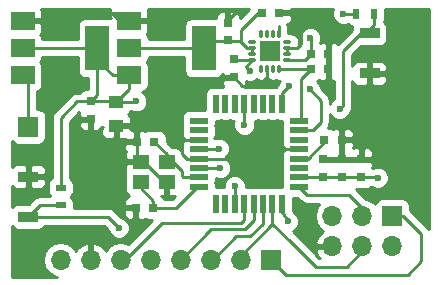
<source format=gbr>
G04 #@! TF.FileFunction,Copper,L1,Top,Signal*
%FSLAX46Y46*%
G04 Gerber Fmt 4.6, Leading zero omitted, Abs format (unit mm)*
G04 Created by KiCad (PCBNEW 4.0.7) date 11/26/17 14:21:04*
%MOMM*%
%LPD*%
G01*
G04 APERTURE LIST*
%ADD10C,0.100000*%
%ADD11R,1.250000X1.000000*%
%ADD12R,0.750000X0.800000*%
%ADD13R,0.800000X0.750000*%
%ADD14R,1.700000X1.700000*%
%ADD15O,1.700000X1.700000*%
%ADD16R,0.500000X0.900000*%
%ADD17R,0.900000X0.500000*%
%ADD18R,1.700000X0.900000*%
%ADD19R,1.600000X0.550000*%
%ADD20R,0.550000X1.600000*%
%ADD21R,2.000000X3.800000*%
%ADD22R,2.000000X1.500000*%
%ADD23O,0.300000X0.750000*%
%ADD24O,0.750000X0.300000*%
%ADD25R,0.900000X0.900000*%
%ADD26R,1.400000X1.200000*%
%ADD27C,0.600000*%
%ADD28C,0.250000*%
%ADD29C,0.254000*%
G04 APERTURE END LIST*
D10*
D11*
X186944000Y-97044000D03*
X186944000Y-99044000D03*
D12*
X184785000Y-98476500D03*
X184785000Y-96976500D03*
X196405500Y-90309000D03*
X196405500Y-91809000D03*
X204470000Y-101866000D03*
X204470000Y-103366000D03*
X206057500Y-101866000D03*
X206057500Y-103366000D03*
X207708500Y-101866000D03*
X207708500Y-103366000D03*
D13*
X190170500Y-100393500D03*
X188670500Y-100393500D03*
X190107000Y-105981500D03*
X188607000Y-105981500D03*
X203402500Y-92964000D03*
X204902500Y-92964000D03*
X203402500Y-94234000D03*
X204902500Y-94234000D03*
D12*
X196913500Y-93420500D03*
X196913500Y-94920500D03*
D13*
X200775000Y-89471500D03*
X199275000Y-89471500D03*
X206045500Y-100203000D03*
X204545500Y-100203000D03*
D14*
X210312000Y-106680000D03*
D15*
X210312000Y-109220000D03*
X207772000Y-106680000D03*
X207772000Y-109220000D03*
X205232000Y-106680000D03*
X205232000Y-109220000D03*
D14*
X200025000Y-110363000D03*
D15*
X197485000Y-110363000D03*
X194945000Y-110363000D03*
X192405000Y-110363000D03*
X189865000Y-110363000D03*
X187325000Y-110363000D03*
X184785000Y-110363000D03*
X182245000Y-110363000D03*
D14*
X179514500Y-99123500D03*
D16*
X207276000Y-89535000D03*
X208776000Y-89535000D03*
D17*
X182245000Y-104279000D03*
X182245000Y-105779000D03*
D18*
X208407000Y-94600500D03*
X208407000Y-91200500D03*
X179514500Y-103329000D03*
X179514500Y-106729000D03*
D19*
X193933500Y-98609500D03*
X193933500Y-99409500D03*
X193933500Y-100209500D03*
X193933500Y-101009500D03*
X193933500Y-101809500D03*
X193933500Y-102609500D03*
X193933500Y-103409500D03*
X193933500Y-104209500D03*
D20*
X195383500Y-105659500D03*
X196183500Y-105659500D03*
X196983500Y-105659500D03*
X197783500Y-105659500D03*
X198583500Y-105659500D03*
X199383500Y-105659500D03*
X200183500Y-105659500D03*
X200983500Y-105659500D03*
D19*
X202433500Y-104209500D03*
X202433500Y-103409500D03*
X202433500Y-102609500D03*
X202433500Y-101809500D03*
X202433500Y-101009500D03*
X202433500Y-100209500D03*
X202433500Y-99409500D03*
X202433500Y-98609500D03*
D20*
X200983500Y-97159500D03*
X200183500Y-97159500D03*
X199383500Y-97159500D03*
X198583500Y-97159500D03*
X197783500Y-97159500D03*
X196983500Y-97159500D03*
X196183500Y-97159500D03*
X195383500Y-97159500D03*
D21*
X185331500Y-92456000D03*
D22*
X179031500Y-92456000D03*
X179031500Y-94756000D03*
X179031500Y-90156000D03*
D21*
X194348500Y-92456000D03*
D22*
X188048500Y-92456000D03*
X188048500Y-94756000D03*
X188048500Y-90156000D03*
D23*
X199211500Y-94185000D03*
X199711500Y-94185000D03*
X200211500Y-94185000D03*
X200711500Y-94185000D03*
D24*
X201436500Y-93460000D03*
X201436500Y-92960000D03*
X201436500Y-92460000D03*
X201436500Y-91960000D03*
D23*
X200711500Y-91235000D03*
X200211500Y-91235000D03*
X199711500Y-91235000D03*
X199211500Y-91235000D03*
D24*
X198486500Y-91960000D03*
X198486500Y-92460000D03*
X198486500Y-92960000D03*
X198486500Y-93460000D03*
D25*
X200411500Y-92260000D03*
X199511500Y-92260000D03*
X200411500Y-93160000D03*
X199511500Y-93160000D03*
D26*
X191219000Y-102083500D03*
X189019000Y-102083500D03*
X189019000Y-103783500D03*
X191219000Y-103783500D03*
D27*
X188658500Y-96964500D03*
X206184500Y-89535000D03*
X209105500Y-103441500D03*
X195770500Y-102616000D03*
X195643500Y-100965000D03*
X203327000Y-95948500D03*
X203390500Y-91630500D03*
X198247000Y-94361000D03*
X201612500Y-95631000D03*
X201485500Y-107124500D03*
X205867000Y-97599500D03*
X197802500Y-98933000D03*
X187198000Y-107696000D03*
X196977000Y-104140000D03*
X194056000Y-95377000D03*
X197167500Y-89281000D03*
X200425000Y-101009500D03*
X207581500Y-100330000D03*
X203962000Y-89789000D03*
X212852000Y-103251000D03*
X184023000Y-101727000D03*
X179514500Y-101854000D03*
D28*
X206057500Y-103366000D02*
X207708500Y-103366000D01*
X186944000Y-97044000D02*
X188579000Y-97044000D01*
X188579000Y-97044000D02*
X188658500Y-96964500D01*
X207276000Y-89535000D02*
X206184500Y-89535000D01*
X207708500Y-103366000D02*
X209030000Y-103366000D01*
X209030000Y-103366000D02*
X209105500Y-103441500D01*
X193933500Y-102609500D02*
X195764000Y-102609500D01*
X195764000Y-102609500D02*
X195770500Y-102616000D01*
X193933500Y-101009500D02*
X195599000Y-101009500D01*
X195599000Y-101009500D02*
X195643500Y-100965000D01*
X182245000Y-104279000D02*
X182245000Y-98361500D01*
X183630000Y-96976500D02*
X184785000Y-96976500D01*
X182245000Y-98361500D02*
X183630000Y-96976500D01*
X188048500Y-94756000D02*
X187184000Y-94756000D01*
X202433500Y-103409500D02*
X204426500Y-103409500D01*
X204426500Y-103409500D02*
X204470000Y-103366000D01*
X204470000Y-103366000D02*
X207708500Y-103366000D01*
X188048500Y-94756000D02*
X188048500Y-95939500D01*
X188048500Y-95939500D02*
X186944000Y-97044000D01*
X185331500Y-92456000D02*
X185331500Y-96430000D01*
X185331500Y-96430000D02*
X184785000Y-96976500D01*
X184785000Y-96976500D02*
X186876500Y-96976500D01*
X186876500Y-96976500D02*
X186944000Y-97044000D01*
X186876500Y-96976500D02*
X186944000Y-97044000D01*
X188048500Y-94756000D02*
X186640500Y-94756000D01*
X186640500Y-94756000D02*
X185331500Y-93447000D01*
X185331500Y-93447000D02*
X185331500Y-92456000D01*
X179031500Y-92456000D02*
X185331500Y-92456000D01*
X196405500Y-91872500D02*
X197409500Y-91872500D01*
X197409500Y-91872500D02*
X197485000Y-91948000D01*
X196405500Y-91872500D02*
X194932000Y-91872500D01*
X194932000Y-91872500D02*
X194348500Y-92456000D01*
X198486500Y-92960000D02*
X198486500Y-92460000D01*
X198486500Y-92460000D02*
X197997000Y-92460000D01*
X197997000Y-92460000D02*
X197485000Y-91948000D01*
X197485000Y-91948000D02*
X197485000Y-90932000D01*
X197485000Y-90932000D02*
X198945500Y-89471500D01*
X198945500Y-89471500D02*
X199275000Y-89471500D01*
X194348500Y-92456000D02*
X195060000Y-92456000D01*
X188048500Y-92456000D02*
X194348500Y-92456000D01*
X191219000Y-102083500D02*
X191219000Y-101442000D01*
X191219000Y-101442000D02*
X190170500Y-100393500D01*
X191219000Y-102083500D02*
X191745500Y-102083500D01*
X191745500Y-102083500D02*
X192532000Y-102870000D01*
X192532000Y-102870000D02*
X192532000Y-103314500D01*
X192532000Y-103314500D02*
X192627000Y-103409500D01*
X192627000Y-103409500D02*
X193933500Y-103409500D01*
X193933500Y-104209500D02*
X193796000Y-104209500D01*
X193796000Y-104209500D02*
X192024000Y-105981500D01*
X192024000Y-105981500D02*
X190107000Y-105981500D01*
X189019000Y-103783500D02*
X189019000Y-104310000D01*
X189019000Y-104310000D02*
X190107000Y-105398000D01*
X190107000Y-105398000D02*
X190107000Y-105981500D01*
X203402500Y-91642500D02*
X203390500Y-91630500D01*
X203402500Y-92964000D02*
X203402500Y-91642500D01*
X203612500Y-99409500D02*
X202433500Y-99409500D01*
X204279500Y-98742500D02*
X203612500Y-99409500D01*
X204279500Y-96901000D02*
X204279500Y-98742500D01*
X203327000Y-95948500D02*
X204279500Y-96901000D01*
X201436500Y-93460000D02*
X202906500Y-93460000D01*
X202906500Y-93460000D02*
X203402500Y-92964000D01*
X202565000Y-98609500D02*
X202565000Y-95071500D01*
X202565000Y-95071500D02*
X203402500Y-94234000D01*
X203402500Y-94234000D02*
X200760500Y-94234000D01*
X200760500Y-94234000D02*
X200711500Y-94185000D01*
X200983500Y-97159500D02*
X200983500Y-96260000D01*
X197929500Y-94017000D02*
X198486500Y-93460000D01*
X197929500Y-94043500D02*
X197929500Y-94017000D01*
X198247000Y-94361000D02*
X197929500Y-94043500D01*
X200983500Y-96260000D02*
X201612500Y-95631000D01*
X198486500Y-93460000D02*
X196953000Y-93460000D01*
X196953000Y-93460000D02*
X196913500Y-93420500D01*
X202433500Y-101809500D02*
X203181000Y-101809500D01*
X203181000Y-101809500D02*
X204545500Y-100445000D01*
X204545500Y-100445000D02*
X204545500Y-100203000D01*
X210312000Y-106680000D02*
X211264500Y-106680000D01*
X201295000Y-111633000D02*
X200025000Y-110363000D01*
X211645500Y-111633000D02*
X201295000Y-111633000D01*
X212788500Y-110490000D02*
X211645500Y-111633000D01*
X212788500Y-108204000D02*
X212788500Y-110490000D01*
X211264500Y-106680000D02*
X212788500Y-108204000D01*
X201485500Y-107124500D02*
X200983500Y-106305000D01*
X200983500Y-106305000D02*
X200983500Y-105659500D01*
X207772000Y-106680000D02*
X207772000Y-105981500D01*
X207772000Y-105981500D02*
X206692500Y-104902000D01*
X206692500Y-104902000D02*
X203126000Y-104902000D01*
X203126000Y-104902000D02*
X202433500Y-104209500D01*
X197485000Y-110363000D02*
X197485000Y-110045000D01*
X197485000Y-110045000D02*
X200183500Y-107346500D01*
X201739500Y-108902500D02*
X201739500Y-108966000D01*
X201739500Y-108966000D02*
X201739500Y-108902500D01*
X207772000Y-109220000D02*
X207772000Y-109664500D01*
X207772000Y-109664500D02*
X206502000Y-110998000D01*
X206502000Y-110998000D02*
X203835000Y-110998000D01*
X203835000Y-110998000D02*
X201739500Y-108902500D01*
X201739500Y-108902500D02*
X200183500Y-107346500D01*
X200183500Y-107346500D02*
X200183500Y-105659500D01*
X205867000Y-97599500D02*
X206184500Y-97282000D01*
X206184500Y-92710000D02*
X207694000Y-91200500D01*
X206184500Y-97282000D02*
X206184500Y-92710000D01*
X207694000Y-91200500D02*
X208407000Y-91200500D01*
X197783500Y-97159500D02*
X197783500Y-98914000D01*
X197783500Y-98914000D02*
X197802500Y-98933000D01*
X207962500Y-91200500D02*
X208075000Y-91200500D01*
X208075000Y-91200500D02*
X208776000Y-90499500D01*
X208776000Y-90499500D02*
X208776000Y-89535000D01*
X194945000Y-110363000D02*
X195135500Y-110363000D01*
X195135500Y-110363000D02*
X197104000Y-108394500D01*
X197104000Y-108394500D02*
X198310500Y-108394500D01*
X198310500Y-108394500D02*
X199383500Y-107321500D01*
X199383500Y-107321500D02*
X199383500Y-105659500D01*
X192405000Y-110363000D02*
X194818000Y-107950000D01*
X198583500Y-107042000D02*
X198583500Y-105659500D01*
X197866000Y-107759500D02*
X198583500Y-107042000D01*
X195008500Y-107759500D02*
X197866000Y-107759500D01*
X194818000Y-107950000D02*
X195008500Y-107759500D01*
X187325000Y-110363000D02*
X187706000Y-110363000D01*
X187706000Y-110363000D02*
X190817500Y-107251500D01*
X190817500Y-107251500D02*
X197548500Y-107251500D01*
X197548500Y-107251500D02*
X197783500Y-107016500D01*
X197783500Y-107016500D02*
X197783500Y-105659500D01*
X182245000Y-105779000D02*
X180464500Y-105779000D01*
X180464500Y-105779000D02*
X179514500Y-106729000D01*
X196983500Y-105659500D02*
X196983500Y-104146500D01*
X186231000Y-106729000D02*
X179514500Y-106729000D01*
X187198000Y-107696000D02*
X186231000Y-106729000D01*
X196983500Y-104146500D02*
X196977000Y-104140000D01*
X200709000Y-91055000D02*
X200709000Y-90555000D01*
X196405500Y-90043000D02*
X197167500Y-89281000D01*
X196405500Y-90372500D02*
X196405500Y-90043000D01*
X202433500Y-101009500D02*
X200425000Y-101009500D01*
X193933500Y-101809500D02*
X199625000Y-101809500D01*
X199625000Y-101809500D02*
X200425000Y-101009500D01*
X193933500Y-101809500D02*
X192932000Y-101809500D01*
X192932000Y-101809500D02*
X192532000Y-101409500D01*
X192532000Y-101409500D02*
X192532000Y-100457000D01*
X192532000Y-100457000D02*
X192405000Y-100330000D01*
X200775000Y-89471500D02*
X203644500Y-89471500D01*
X203644500Y-89471500D02*
X203962000Y-89789000D01*
X188048500Y-90156000D02*
X187565000Y-90156000D01*
X187565000Y-90156000D02*
X186880500Y-89471500D01*
X186880500Y-89471500D02*
X186055000Y-89471500D01*
X188048500Y-90156000D02*
X187247500Y-90156000D01*
X187247500Y-90156000D02*
X186563000Y-89471500D01*
X179514500Y-103329000D02*
X179514500Y-101854000D01*
X193933500Y-100209500D02*
X192525500Y-100209500D01*
X192525500Y-100209500D02*
X192405000Y-100330000D01*
X192532000Y-101409500D02*
X192532000Y-101028500D01*
X192932000Y-101809500D02*
X192532000Y-101409500D01*
X199711500Y-94185000D02*
X199711500Y-94865000D01*
X197624000Y-95631000D02*
X196913500Y-94920500D01*
X198945500Y-95631000D02*
X197624000Y-95631000D01*
X199711500Y-94865000D02*
X198945500Y-95631000D01*
X188048500Y-90156000D02*
X187184000Y-90156000D01*
X189019000Y-102083500D02*
X189019000Y-102024000D01*
X189019000Y-102024000D02*
X188670500Y-101675500D01*
X188670500Y-101675500D02*
X188670500Y-100393500D01*
X191219000Y-103783500D02*
X190969000Y-103783500D01*
X190969000Y-103783500D02*
X189269000Y-102083500D01*
X189269000Y-102083500D02*
X189019000Y-102083500D01*
X201436500Y-92960000D02*
X201436500Y-92460000D01*
X201436500Y-92460000D02*
X202243500Y-92460000D01*
X201930000Y-89471500D02*
X200775000Y-89471500D01*
X202565000Y-90106500D02*
X201930000Y-89471500D01*
X202565000Y-92138500D02*
X202565000Y-90106500D01*
X202243500Y-92460000D02*
X202565000Y-92138500D01*
X204914500Y-94222000D02*
X204902500Y-94234000D01*
X179514500Y-99123500D02*
X179514500Y-95239000D01*
X179514500Y-95239000D02*
X179031500Y-94756000D01*
D29*
G36*
X192701060Y-94356000D02*
X192745338Y-94591317D01*
X192884410Y-94807441D01*
X193096610Y-94952431D01*
X193348500Y-95003440D01*
X195348500Y-95003440D01*
X195583817Y-94959162D01*
X195799941Y-94820090D01*
X195917210Y-94648460D01*
X196062250Y-94793500D01*
X196786500Y-94793500D01*
X196786500Y-94773500D01*
X197040500Y-94773500D01*
X197040500Y-94793500D01*
X197060500Y-94793500D01*
X197060500Y-95047500D01*
X197040500Y-95047500D01*
X197040500Y-95067500D01*
X196786500Y-95067500D01*
X196786500Y-95047500D01*
X196062250Y-95047500D01*
X195903500Y-95206250D01*
X195903500Y-95446809D01*
X196000173Y-95680198D01*
X196032035Y-95712060D01*
X195908500Y-95712060D01*
X195778911Y-95736444D01*
X195658500Y-95712060D01*
X195108500Y-95712060D01*
X194873183Y-95756338D01*
X194657059Y-95895410D01*
X194512069Y-96107610D01*
X194461060Y-96359500D01*
X194461060Y-97687060D01*
X193133500Y-97687060D01*
X192898183Y-97731338D01*
X192682059Y-97870410D01*
X192537069Y-98082610D01*
X192486060Y-98334500D01*
X192486060Y-98884500D01*
X192510444Y-99014089D01*
X192486060Y-99134500D01*
X192486060Y-99684500D01*
X192505950Y-99790205D01*
X192498500Y-99808190D01*
X192498500Y-99923750D01*
X192594901Y-100020151D01*
X192669410Y-100135941D01*
X192776897Y-100209384D01*
X192682059Y-100270410D01*
X192593005Y-100400745D01*
X192498500Y-100495250D01*
X192498500Y-100610810D01*
X192506968Y-100631253D01*
X192486060Y-100734500D01*
X192486060Y-101192079D01*
X192383090Y-101032059D01*
X192170890Y-100887069D01*
X191919000Y-100836060D01*
X191687862Y-100836060D01*
X191217940Y-100366138D01*
X191217940Y-100018500D01*
X191173662Y-99783183D01*
X191034590Y-99567059D01*
X190822390Y-99422069D01*
X190570500Y-99371060D01*
X189770500Y-99371060D01*
X189535183Y-99415338D01*
X189431854Y-99481829D01*
X189430198Y-99480173D01*
X189196809Y-99383500D01*
X188956250Y-99383500D01*
X188797500Y-99542250D01*
X188797500Y-100266500D01*
X188817500Y-100266500D01*
X188817500Y-100520500D01*
X188797500Y-100520500D01*
X188797500Y-100540500D01*
X188543500Y-100540500D01*
X188543500Y-100520500D01*
X187794250Y-100520500D01*
X187635500Y-100679250D01*
X187635500Y-100894810D01*
X187732173Y-101128199D01*
X187765180Y-101161205D01*
X187684000Y-101357190D01*
X187684000Y-101797750D01*
X187842750Y-101956500D01*
X188892000Y-101956500D01*
X188892000Y-101936500D01*
X189146000Y-101936500D01*
X189146000Y-101956500D01*
X189166000Y-101956500D01*
X189166000Y-102210500D01*
X189146000Y-102210500D01*
X189146000Y-102230500D01*
X188892000Y-102230500D01*
X188892000Y-102210500D01*
X187842750Y-102210500D01*
X187684000Y-102369250D01*
X187684000Y-102809810D01*
X187729967Y-102920783D01*
X187722569Y-102931610D01*
X187671560Y-103183500D01*
X187671560Y-104383500D01*
X187715838Y-104618817D01*
X187854910Y-104834941D01*
X188064554Y-104978184D01*
X187847302Y-105068173D01*
X187668673Y-105246801D01*
X187572000Y-105480190D01*
X187572000Y-105695750D01*
X187730750Y-105854500D01*
X188480000Y-105854500D01*
X188480000Y-105834500D01*
X188734000Y-105834500D01*
X188734000Y-105854500D01*
X188754000Y-105854500D01*
X188754000Y-106108500D01*
X188734000Y-106108500D01*
X188734000Y-106832750D01*
X188892750Y-106991500D01*
X189133309Y-106991500D01*
X189366698Y-106894827D01*
X189368068Y-106893457D01*
X189455110Y-106952931D01*
X189707000Y-107003940D01*
X189990257Y-107003940D01*
X187976590Y-109017608D01*
X187893285Y-108961946D01*
X187325000Y-108848907D01*
X186756715Y-108961946D01*
X186274946Y-109283853D01*
X186047298Y-109624553D01*
X185980183Y-109481642D01*
X185551924Y-109091355D01*
X185141890Y-108921524D01*
X184912000Y-109042845D01*
X184912000Y-110236000D01*
X184932000Y-110236000D01*
X184932000Y-110490000D01*
X184912000Y-110490000D01*
X184912000Y-110510000D01*
X184658000Y-110510000D01*
X184658000Y-110490000D01*
X184638000Y-110490000D01*
X184638000Y-110236000D01*
X184658000Y-110236000D01*
X184658000Y-109042845D01*
X184428110Y-108921524D01*
X184018076Y-109091355D01*
X183589817Y-109481642D01*
X183522702Y-109624553D01*
X183295054Y-109283853D01*
X182813285Y-108961946D01*
X182245000Y-108848907D01*
X181676715Y-108961946D01*
X181194946Y-109283853D01*
X180873039Y-109765622D01*
X180760000Y-110333907D01*
X180760000Y-110392093D01*
X180873039Y-110960378D01*
X181194946Y-111442147D01*
X181676715Y-111764054D01*
X181917756Y-111812000D01*
X178129000Y-111812000D01*
X178129000Y-107519467D01*
X178200410Y-107630441D01*
X178412610Y-107775431D01*
X178664500Y-107826440D01*
X180364500Y-107826440D01*
X180599817Y-107782162D01*
X180815941Y-107643090D01*
X180921226Y-107489000D01*
X185916198Y-107489000D01*
X186262878Y-107835680D01*
X186262838Y-107881167D01*
X186404883Y-108224943D01*
X186667673Y-108488192D01*
X187011201Y-108630838D01*
X187383167Y-108631162D01*
X187726943Y-108489117D01*
X187990192Y-108226327D01*
X188132838Y-107882799D01*
X188133162Y-107510833D01*
X187991117Y-107167057D01*
X187728327Y-106903808D01*
X187384799Y-106761162D01*
X187337923Y-106761121D01*
X186844052Y-106267250D01*
X187572000Y-106267250D01*
X187572000Y-106482810D01*
X187668673Y-106716199D01*
X187847302Y-106894827D01*
X188080691Y-106991500D01*
X188321250Y-106991500D01*
X188480000Y-106832750D01*
X188480000Y-106108500D01*
X187730750Y-106108500D01*
X187572000Y-106267250D01*
X186844052Y-106267250D01*
X186768401Y-106191599D01*
X186521839Y-106026852D01*
X186231000Y-105969000D01*
X183342440Y-105969000D01*
X183342440Y-105529000D01*
X183298162Y-105293683D01*
X183159090Y-105077559D01*
X183089289Y-105029866D01*
X183146441Y-104993090D01*
X183291431Y-104780890D01*
X183342440Y-104529000D01*
X183342440Y-104029000D01*
X183298162Y-103793683D01*
X183159090Y-103577559D01*
X183005000Y-103472274D01*
X183005000Y-98762250D01*
X183775000Y-98762250D01*
X183775000Y-99002809D01*
X183871673Y-99236198D01*
X184050301Y-99414827D01*
X184283690Y-99511500D01*
X184499250Y-99511500D01*
X184658000Y-99352750D01*
X184658000Y-98603500D01*
X183933750Y-98603500D01*
X183775000Y-98762250D01*
X183005000Y-98762250D01*
X183005000Y-98676302D01*
X183806034Y-97875268D01*
X183775000Y-97950191D01*
X183775000Y-98190750D01*
X183933750Y-98349500D01*
X184658000Y-98349500D01*
X184658000Y-98329500D01*
X184912000Y-98329500D01*
X184912000Y-98349500D01*
X184932000Y-98349500D01*
X184932000Y-98603500D01*
X184912000Y-98603500D01*
X184912000Y-99352750D01*
X185070750Y-99511500D01*
X185286310Y-99511500D01*
X185519699Y-99414827D01*
X185698327Y-99236198D01*
X185725332Y-99171002D01*
X185842748Y-99171002D01*
X185684000Y-99329750D01*
X185684000Y-99670309D01*
X185780673Y-99903698D01*
X185959301Y-100082327D01*
X186192690Y-100179000D01*
X186658250Y-100179000D01*
X186817000Y-100020250D01*
X186817000Y-99171000D01*
X187071000Y-99171000D01*
X187071000Y-100020250D01*
X187229750Y-100179000D01*
X187695310Y-100179000D01*
X187703399Y-100175649D01*
X187794250Y-100266500D01*
X188543500Y-100266500D01*
X188543500Y-99542250D01*
X188384750Y-99383500D01*
X188204000Y-99383500D01*
X188204000Y-99329750D01*
X188045250Y-99171000D01*
X187071000Y-99171000D01*
X186817000Y-99171000D01*
X186797000Y-99171000D01*
X186797000Y-98917000D01*
X186817000Y-98917000D01*
X186817000Y-98897000D01*
X187071000Y-98897000D01*
X187071000Y-98917000D01*
X188045250Y-98917000D01*
X188204000Y-98758250D01*
X188204000Y-98417691D01*
X188107327Y-98184302D01*
X187966090Y-98043064D01*
X188020441Y-98008090D01*
X188159890Y-97804000D01*
X188242103Y-97804000D01*
X188471701Y-97899338D01*
X188843667Y-97899662D01*
X189187443Y-97757617D01*
X189450692Y-97494827D01*
X189593338Y-97151299D01*
X189593662Y-96779333D01*
X189451617Y-96435557D01*
X189188827Y-96172308D01*
X189113798Y-96141153D01*
X189283817Y-96109162D01*
X189499941Y-95970090D01*
X189644931Y-95757890D01*
X189695940Y-95506000D01*
X189695940Y-94006000D01*
X189651662Y-93770683D01*
X189544741Y-93604523D01*
X189644931Y-93457890D01*
X189693915Y-93216000D01*
X192701060Y-93216000D01*
X192701060Y-94356000D01*
X192701060Y-94356000D01*
G37*
X192701060Y-94356000D02*
X192745338Y-94591317D01*
X192884410Y-94807441D01*
X193096610Y-94952431D01*
X193348500Y-95003440D01*
X195348500Y-95003440D01*
X195583817Y-94959162D01*
X195799941Y-94820090D01*
X195917210Y-94648460D01*
X196062250Y-94793500D01*
X196786500Y-94793500D01*
X196786500Y-94773500D01*
X197040500Y-94773500D01*
X197040500Y-94793500D01*
X197060500Y-94793500D01*
X197060500Y-95047500D01*
X197040500Y-95047500D01*
X197040500Y-95067500D01*
X196786500Y-95067500D01*
X196786500Y-95047500D01*
X196062250Y-95047500D01*
X195903500Y-95206250D01*
X195903500Y-95446809D01*
X196000173Y-95680198D01*
X196032035Y-95712060D01*
X195908500Y-95712060D01*
X195778911Y-95736444D01*
X195658500Y-95712060D01*
X195108500Y-95712060D01*
X194873183Y-95756338D01*
X194657059Y-95895410D01*
X194512069Y-96107610D01*
X194461060Y-96359500D01*
X194461060Y-97687060D01*
X193133500Y-97687060D01*
X192898183Y-97731338D01*
X192682059Y-97870410D01*
X192537069Y-98082610D01*
X192486060Y-98334500D01*
X192486060Y-98884500D01*
X192510444Y-99014089D01*
X192486060Y-99134500D01*
X192486060Y-99684500D01*
X192505950Y-99790205D01*
X192498500Y-99808190D01*
X192498500Y-99923750D01*
X192594901Y-100020151D01*
X192669410Y-100135941D01*
X192776897Y-100209384D01*
X192682059Y-100270410D01*
X192593005Y-100400745D01*
X192498500Y-100495250D01*
X192498500Y-100610810D01*
X192506968Y-100631253D01*
X192486060Y-100734500D01*
X192486060Y-101192079D01*
X192383090Y-101032059D01*
X192170890Y-100887069D01*
X191919000Y-100836060D01*
X191687862Y-100836060D01*
X191217940Y-100366138D01*
X191217940Y-100018500D01*
X191173662Y-99783183D01*
X191034590Y-99567059D01*
X190822390Y-99422069D01*
X190570500Y-99371060D01*
X189770500Y-99371060D01*
X189535183Y-99415338D01*
X189431854Y-99481829D01*
X189430198Y-99480173D01*
X189196809Y-99383500D01*
X188956250Y-99383500D01*
X188797500Y-99542250D01*
X188797500Y-100266500D01*
X188817500Y-100266500D01*
X188817500Y-100520500D01*
X188797500Y-100520500D01*
X188797500Y-100540500D01*
X188543500Y-100540500D01*
X188543500Y-100520500D01*
X187794250Y-100520500D01*
X187635500Y-100679250D01*
X187635500Y-100894810D01*
X187732173Y-101128199D01*
X187765180Y-101161205D01*
X187684000Y-101357190D01*
X187684000Y-101797750D01*
X187842750Y-101956500D01*
X188892000Y-101956500D01*
X188892000Y-101936500D01*
X189146000Y-101936500D01*
X189146000Y-101956500D01*
X189166000Y-101956500D01*
X189166000Y-102210500D01*
X189146000Y-102210500D01*
X189146000Y-102230500D01*
X188892000Y-102230500D01*
X188892000Y-102210500D01*
X187842750Y-102210500D01*
X187684000Y-102369250D01*
X187684000Y-102809810D01*
X187729967Y-102920783D01*
X187722569Y-102931610D01*
X187671560Y-103183500D01*
X187671560Y-104383500D01*
X187715838Y-104618817D01*
X187854910Y-104834941D01*
X188064554Y-104978184D01*
X187847302Y-105068173D01*
X187668673Y-105246801D01*
X187572000Y-105480190D01*
X187572000Y-105695750D01*
X187730750Y-105854500D01*
X188480000Y-105854500D01*
X188480000Y-105834500D01*
X188734000Y-105834500D01*
X188734000Y-105854500D01*
X188754000Y-105854500D01*
X188754000Y-106108500D01*
X188734000Y-106108500D01*
X188734000Y-106832750D01*
X188892750Y-106991500D01*
X189133309Y-106991500D01*
X189366698Y-106894827D01*
X189368068Y-106893457D01*
X189455110Y-106952931D01*
X189707000Y-107003940D01*
X189990257Y-107003940D01*
X187976590Y-109017608D01*
X187893285Y-108961946D01*
X187325000Y-108848907D01*
X186756715Y-108961946D01*
X186274946Y-109283853D01*
X186047298Y-109624553D01*
X185980183Y-109481642D01*
X185551924Y-109091355D01*
X185141890Y-108921524D01*
X184912000Y-109042845D01*
X184912000Y-110236000D01*
X184932000Y-110236000D01*
X184932000Y-110490000D01*
X184912000Y-110490000D01*
X184912000Y-110510000D01*
X184658000Y-110510000D01*
X184658000Y-110490000D01*
X184638000Y-110490000D01*
X184638000Y-110236000D01*
X184658000Y-110236000D01*
X184658000Y-109042845D01*
X184428110Y-108921524D01*
X184018076Y-109091355D01*
X183589817Y-109481642D01*
X183522702Y-109624553D01*
X183295054Y-109283853D01*
X182813285Y-108961946D01*
X182245000Y-108848907D01*
X181676715Y-108961946D01*
X181194946Y-109283853D01*
X180873039Y-109765622D01*
X180760000Y-110333907D01*
X180760000Y-110392093D01*
X180873039Y-110960378D01*
X181194946Y-111442147D01*
X181676715Y-111764054D01*
X181917756Y-111812000D01*
X178129000Y-111812000D01*
X178129000Y-107519467D01*
X178200410Y-107630441D01*
X178412610Y-107775431D01*
X178664500Y-107826440D01*
X180364500Y-107826440D01*
X180599817Y-107782162D01*
X180815941Y-107643090D01*
X180921226Y-107489000D01*
X185916198Y-107489000D01*
X186262878Y-107835680D01*
X186262838Y-107881167D01*
X186404883Y-108224943D01*
X186667673Y-108488192D01*
X187011201Y-108630838D01*
X187383167Y-108631162D01*
X187726943Y-108489117D01*
X187990192Y-108226327D01*
X188132838Y-107882799D01*
X188133162Y-107510833D01*
X187991117Y-107167057D01*
X187728327Y-106903808D01*
X187384799Y-106761162D01*
X187337923Y-106761121D01*
X186844052Y-106267250D01*
X187572000Y-106267250D01*
X187572000Y-106482810D01*
X187668673Y-106716199D01*
X187847302Y-106894827D01*
X188080691Y-106991500D01*
X188321250Y-106991500D01*
X188480000Y-106832750D01*
X188480000Y-106108500D01*
X187730750Y-106108500D01*
X187572000Y-106267250D01*
X186844052Y-106267250D01*
X186768401Y-106191599D01*
X186521839Y-106026852D01*
X186231000Y-105969000D01*
X183342440Y-105969000D01*
X183342440Y-105529000D01*
X183298162Y-105293683D01*
X183159090Y-105077559D01*
X183089289Y-105029866D01*
X183146441Y-104993090D01*
X183291431Y-104780890D01*
X183342440Y-104529000D01*
X183342440Y-104029000D01*
X183298162Y-103793683D01*
X183159090Y-103577559D01*
X183005000Y-103472274D01*
X183005000Y-98762250D01*
X183775000Y-98762250D01*
X183775000Y-99002809D01*
X183871673Y-99236198D01*
X184050301Y-99414827D01*
X184283690Y-99511500D01*
X184499250Y-99511500D01*
X184658000Y-99352750D01*
X184658000Y-98603500D01*
X183933750Y-98603500D01*
X183775000Y-98762250D01*
X183005000Y-98762250D01*
X183005000Y-98676302D01*
X183806034Y-97875268D01*
X183775000Y-97950191D01*
X183775000Y-98190750D01*
X183933750Y-98349500D01*
X184658000Y-98349500D01*
X184658000Y-98329500D01*
X184912000Y-98329500D01*
X184912000Y-98349500D01*
X184932000Y-98349500D01*
X184932000Y-98603500D01*
X184912000Y-98603500D01*
X184912000Y-99352750D01*
X185070750Y-99511500D01*
X185286310Y-99511500D01*
X185519699Y-99414827D01*
X185698327Y-99236198D01*
X185725332Y-99171002D01*
X185842748Y-99171002D01*
X185684000Y-99329750D01*
X185684000Y-99670309D01*
X185780673Y-99903698D01*
X185959301Y-100082327D01*
X186192690Y-100179000D01*
X186658250Y-100179000D01*
X186817000Y-100020250D01*
X186817000Y-99171000D01*
X187071000Y-99171000D01*
X187071000Y-100020250D01*
X187229750Y-100179000D01*
X187695310Y-100179000D01*
X187703399Y-100175649D01*
X187794250Y-100266500D01*
X188543500Y-100266500D01*
X188543500Y-99542250D01*
X188384750Y-99383500D01*
X188204000Y-99383500D01*
X188204000Y-99329750D01*
X188045250Y-99171000D01*
X187071000Y-99171000D01*
X186817000Y-99171000D01*
X186797000Y-99171000D01*
X186797000Y-98917000D01*
X186817000Y-98917000D01*
X186817000Y-98897000D01*
X187071000Y-98897000D01*
X187071000Y-98917000D01*
X188045250Y-98917000D01*
X188204000Y-98758250D01*
X188204000Y-98417691D01*
X188107327Y-98184302D01*
X187966090Y-98043064D01*
X188020441Y-98008090D01*
X188159890Y-97804000D01*
X188242103Y-97804000D01*
X188471701Y-97899338D01*
X188843667Y-97899662D01*
X189187443Y-97757617D01*
X189450692Y-97494827D01*
X189593338Y-97151299D01*
X189593662Y-96779333D01*
X189451617Y-96435557D01*
X189188827Y-96172308D01*
X189113798Y-96141153D01*
X189283817Y-96109162D01*
X189499941Y-95970090D01*
X189644931Y-95757890D01*
X189695940Y-95506000D01*
X189695940Y-94006000D01*
X189651662Y-93770683D01*
X189544741Y-93604523D01*
X189644931Y-93457890D01*
X189693915Y-93216000D01*
X192701060Y-93216000D01*
X192701060Y-94356000D01*
G36*
X202588599Y-105439401D02*
X202835161Y-105604148D01*
X203126000Y-105662000D01*
X204141089Y-105662000D01*
X203860039Y-106082622D01*
X203747000Y-106650907D01*
X203747000Y-106709093D01*
X203860039Y-107277378D01*
X204181946Y-107759147D01*
X204465101Y-107948345D01*
X204465076Y-107948355D01*
X204036817Y-108338642D01*
X203790514Y-108863108D01*
X203911181Y-109093000D01*
X205105000Y-109093000D01*
X205105000Y-109073000D01*
X205359000Y-109073000D01*
X205359000Y-109093000D01*
X205379000Y-109093000D01*
X205379000Y-109347000D01*
X205359000Y-109347000D01*
X205359000Y-109367000D01*
X205105000Y-109367000D01*
X205105000Y-109347000D01*
X203911181Y-109347000D01*
X203790514Y-109576892D01*
X204036817Y-110101358D01*
X204186753Y-110238000D01*
X204149802Y-110238000D01*
X201883517Y-107971715D01*
X202014443Y-107917617D01*
X202277692Y-107654827D01*
X202420338Y-107311299D01*
X202420662Y-106939333D01*
X202278617Y-106595557D01*
X202015827Y-106332308D01*
X201905940Y-106286679D01*
X201905940Y-105131940D01*
X202281138Y-105131940D01*
X202588599Y-105439401D01*
X202588599Y-105439401D01*
G37*
X202588599Y-105439401D02*
X202835161Y-105604148D01*
X203126000Y-105662000D01*
X204141089Y-105662000D01*
X203860039Y-106082622D01*
X203747000Y-106650907D01*
X203747000Y-106709093D01*
X203860039Y-107277378D01*
X204181946Y-107759147D01*
X204465101Y-107948345D01*
X204465076Y-107948355D01*
X204036817Y-108338642D01*
X203790514Y-108863108D01*
X203911181Y-109093000D01*
X205105000Y-109093000D01*
X205105000Y-109073000D01*
X205359000Y-109073000D01*
X205359000Y-109093000D01*
X205379000Y-109093000D01*
X205379000Y-109347000D01*
X205359000Y-109347000D01*
X205359000Y-109367000D01*
X205105000Y-109367000D01*
X205105000Y-109347000D01*
X203911181Y-109347000D01*
X203790514Y-109576892D01*
X204036817Y-110101358D01*
X204186753Y-110238000D01*
X204149802Y-110238000D01*
X201883517Y-107971715D01*
X202014443Y-107917617D01*
X202277692Y-107654827D01*
X202420338Y-107311299D01*
X202420662Y-106939333D01*
X202278617Y-106595557D01*
X202015827Y-106332308D01*
X201905940Y-106286679D01*
X201905940Y-105131940D01*
X202281138Y-105131940D01*
X202588599Y-105439401D01*
G36*
X213412000Y-107795455D02*
X213325901Y-107666599D01*
X211809440Y-106150138D01*
X211809440Y-105830000D01*
X211765162Y-105594683D01*
X211626090Y-105378559D01*
X211413890Y-105233569D01*
X211162000Y-105182560D01*
X209462000Y-105182560D01*
X209226683Y-105226838D01*
X209010559Y-105365910D01*
X208865569Y-105578110D01*
X208851914Y-105645541D01*
X208822054Y-105600853D01*
X208340285Y-105278946D01*
X208095571Y-105230269D01*
X207264837Y-104399535D01*
X207333500Y-104413440D01*
X208083500Y-104413440D01*
X208318817Y-104369162D01*
X208534941Y-104230090D01*
X208549828Y-104208302D01*
X208575173Y-104233692D01*
X208918701Y-104376338D01*
X209290667Y-104376662D01*
X209634443Y-104234617D01*
X209897692Y-103971827D01*
X210040338Y-103628299D01*
X210040662Y-103256333D01*
X209898617Y-102912557D01*
X209635827Y-102649308D01*
X209292299Y-102506662D01*
X208920333Y-102506338D01*
X208679132Y-102606000D01*
X208629986Y-102606000D01*
X208718500Y-102392309D01*
X208718500Y-102151750D01*
X208559750Y-101993000D01*
X207835500Y-101993000D01*
X207835500Y-102013000D01*
X207581500Y-102013000D01*
X207581500Y-101993000D01*
X206184500Y-101993000D01*
X206184500Y-102013000D01*
X205930500Y-102013000D01*
X205930500Y-101993000D01*
X204597000Y-101993000D01*
X204597000Y-102013000D01*
X204343000Y-102013000D01*
X204343000Y-101993000D01*
X204323000Y-101993000D01*
X204323000Y-101742302D01*
X204326302Y-101739000D01*
X204343000Y-101739000D01*
X204343000Y-101722302D01*
X204346302Y-101719000D01*
X204597000Y-101719000D01*
X204597000Y-101739000D01*
X205930500Y-101739000D01*
X205930500Y-100989750D01*
X205918500Y-100977750D01*
X205918500Y-100330000D01*
X206172500Y-100330000D01*
X206172500Y-101054250D01*
X206184500Y-101066250D01*
X206184500Y-101739000D01*
X207581500Y-101739000D01*
X207581500Y-100989750D01*
X207835500Y-100989750D01*
X207835500Y-101739000D01*
X208559750Y-101739000D01*
X208718500Y-101580250D01*
X208718500Y-101339691D01*
X208621827Y-101106302D01*
X208443199Y-100927673D01*
X208209810Y-100831000D01*
X207994250Y-100831000D01*
X207835500Y-100989750D01*
X207581500Y-100989750D01*
X207422750Y-100831000D01*
X207207190Y-100831000D01*
X206990916Y-100920584D01*
X207080500Y-100704310D01*
X207080500Y-100488750D01*
X206921750Y-100330000D01*
X206172500Y-100330000D01*
X205918500Y-100330000D01*
X205898500Y-100330000D01*
X205898500Y-100076000D01*
X205918500Y-100076000D01*
X205918500Y-99351750D01*
X206172500Y-99351750D01*
X206172500Y-100076000D01*
X206921750Y-100076000D01*
X207080500Y-99917250D01*
X207080500Y-99701690D01*
X206983827Y-99468301D01*
X206805198Y-99289673D01*
X206571809Y-99193000D01*
X206331250Y-99193000D01*
X206172500Y-99351750D01*
X205918500Y-99351750D01*
X205759750Y-99193000D01*
X205519191Y-99193000D01*
X205285802Y-99289673D01*
X205284432Y-99291043D01*
X205197390Y-99231569D01*
X204945500Y-99180560D01*
X204883279Y-99180560D01*
X204981648Y-99033340D01*
X205005386Y-98914000D01*
X205039500Y-98742500D01*
X205039500Y-98045230D01*
X205073883Y-98128443D01*
X205336673Y-98391692D01*
X205680201Y-98534338D01*
X206052167Y-98534662D01*
X206395943Y-98392617D01*
X206659192Y-98129827D01*
X206801838Y-97786299D01*
X206801913Y-97699654D01*
X206886648Y-97572839D01*
X206944500Y-97282000D01*
X206944500Y-95231129D01*
X207018673Y-95410198D01*
X207197301Y-95588827D01*
X207430690Y-95685500D01*
X208121250Y-95685500D01*
X208280000Y-95526750D01*
X208280000Y-94727500D01*
X208534000Y-94727500D01*
X208534000Y-95526750D01*
X208692750Y-95685500D01*
X209383310Y-95685500D01*
X209616699Y-95588827D01*
X209795327Y-95410198D01*
X209892000Y-95176809D01*
X209892000Y-94886250D01*
X209733250Y-94727500D01*
X208534000Y-94727500D01*
X208280000Y-94727500D01*
X208260000Y-94727500D01*
X208260000Y-94473500D01*
X208280000Y-94473500D01*
X208280000Y-93674250D01*
X208534000Y-93674250D01*
X208534000Y-94473500D01*
X209733250Y-94473500D01*
X209892000Y-94314750D01*
X209892000Y-94024191D01*
X209795327Y-93790802D01*
X209616699Y-93612173D01*
X209383310Y-93515500D01*
X208692750Y-93515500D01*
X208534000Y-93674250D01*
X208280000Y-93674250D01*
X208121250Y-93515500D01*
X207430690Y-93515500D01*
X207197301Y-93612173D01*
X207018673Y-93790802D01*
X206944500Y-93969871D01*
X206944500Y-93024802D01*
X207671362Y-92297940D01*
X209257000Y-92297940D01*
X209492317Y-92253662D01*
X209708441Y-92114590D01*
X209853431Y-91902390D01*
X209904440Y-91650500D01*
X209904440Y-90750500D01*
X209860162Y-90515183D01*
X209721090Y-90299059D01*
X209623363Y-90232285D01*
X209673440Y-89985000D01*
X209673440Y-89165500D01*
X213412000Y-89165500D01*
X213412000Y-107795455D01*
X213412000Y-107795455D01*
G37*
X213412000Y-107795455D02*
X213325901Y-107666599D01*
X211809440Y-106150138D01*
X211809440Y-105830000D01*
X211765162Y-105594683D01*
X211626090Y-105378559D01*
X211413890Y-105233569D01*
X211162000Y-105182560D01*
X209462000Y-105182560D01*
X209226683Y-105226838D01*
X209010559Y-105365910D01*
X208865569Y-105578110D01*
X208851914Y-105645541D01*
X208822054Y-105600853D01*
X208340285Y-105278946D01*
X208095571Y-105230269D01*
X207264837Y-104399535D01*
X207333500Y-104413440D01*
X208083500Y-104413440D01*
X208318817Y-104369162D01*
X208534941Y-104230090D01*
X208549828Y-104208302D01*
X208575173Y-104233692D01*
X208918701Y-104376338D01*
X209290667Y-104376662D01*
X209634443Y-104234617D01*
X209897692Y-103971827D01*
X210040338Y-103628299D01*
X210040662Y-103256333D01*
X209898617Y-102912557D01*
X209635827Y-102649308D01*
X209292299Y-102506662D01*
X208920333Y-102506338D01*
X208679132Y-102606000D01*
X208629986Y-102606000D01*
X208718500Y-102392309D01*
X208718500Y-102151750D01*
X208559750Y-101993000D01*
X207835500Y-101993000D01*
X207835500Y-102013000D01*
X207581500Y-102013000D01*
X207581500Y-101993000D01*
X206184500Y-101993000D01*
X206184500Y-102013000D01*
X205930500Y-102013000D01*
X205930500Y-101993000D01*
X204597000Y-101993000D01*
X204597000Y-102013000D01*
X204343000Y-102013000D01*
X204343000Y-101993000D01*
X204323000Y-101993000D01*
X204323000Y-101742302D01*
X204326302Y-101739000D01*
X204343000Y-101739000D01*
X204343000Y-101722302D01*
X204346302Y-101719000D01*
X204597000Y-101719000D01*
X204597000Y-101739000D01*
X205930500Y-101739000D01*
X205930500Y-100989750D01*
X205918500Y-100977750D01*
X205918500Y-100330000D01*
X206172500Y-100330000D01*
X206172500Y-101054250D01*
X206184500Y-101066250D01*
X206184500Y-101739000D01*
X207581500Y-101739000D01*
X207581500Y-100989750D01*
X207835500Y-100989750D01*
X207835500Y-101739000D01*
X208559750Y-101739000D01*
X208718500Y-101580250D01*
X208718500Y-101339691D01*
X208621827Y-101106302D01*
X208443199Y-100927673D01*
X208209810Y-100831000D01*
X207994250Y-100831000D01*
X207835500Y-100989750D01*
X207581500Y-100989750D01*
X207422750Y-100831000D01*
X207207190Y-100831000D01*
X206990916Y-100920584D01*
X207080500Y-100704310D01*
X207080500Y-100488750D01*
X206921750Y-100330000D01*
X206172500Y-100330000D01*
X205918500Y-100330000D01*
X205898500Y-100330000D01*
X205898500Y-100076000D01*
X205918500Y-100076000D01*
X205918500Y-99351750D01*
X206172500Y-99351750D01*
X206172500Y-100076000D01*
X206921750Y-100076000D01*
X207080500Y-99917250D01*
X207080500Y-99701690D01*
X206983827Y-99468301D01*
X206805198Y-99289673D01*
X206571809Y-99193000D01*
X206331250Y-99193000D01*
X206172500Y-99351750D01*
X205918500Y-99351750D01*
X205759750Y-99193000D01*
X205519191Y-99193000D01*
X205285802Y-99289673D01*
X205284432Y-99291043D01*
X205197390Y-99231569D01*
X204945500Y-99180560D01*
X204883279Y-99180560D01*
X204981648Y-99033340D01*
X205005386Y-98914000D01*
X205039500Y-98742500D01*
X205039500Y-98045230D01*
X205073883Y-98128443D01*
X205336673Y-98391692D01*
X205680201Y-98534338D01*
X206052167Y-98534662D01*
X206395943Y-98392617D01*
X206659192Y-98129827D01*
X206801838Y-97786299D01*
X206801913Y-97699654D01*
X206886648Y-97572839D01*
X206944500Y-97282000D01*
X206944500Y-95231129D01*
X207018673Y-95410198D01*
X207197301Y-95588827D01*
X207430690Y-95685500D01*
X208121250Y-95685500D01*
X208280000Y-95526750D01*
X208280000Y-94727500D01*
X208534000Y-94727500D01*
X208534000Y-95526750D01*
X208692750Y-95685500D01*
X209383310Y-95685500D01*
X209616699Y-95588827D01*
X209795327Y-95410198D01*
X209892000Y-95176809D01*
X209892000Y-94886250D01*
X209733250Y-94727500D01*
X208534000Y-94727500D01*
X208280000Y-94727500D01*
X208260000Y-94727500D01*
X208260000Y-94473500D01*
X208280000Y-94473500D01*
X208280000Y-93674250D01*
X208534000Y-93674250D01*
X208534000Y-94473500D01*
X209733250Y-94473500D01*
X209892000Y-94314750D01*
X209892000Y-94024191D01*
X209795327Y-93790802D01*
X209616699Y-93612173D01*
X209383310Y-93515500D01*
X208692750Y-93515500D01*
X208534000Y-93674250D01*
X208280000Y-93674250D01*
X208121250Y-93515500D01*
X207430690Y-93515500D01*
X207197301Y-93612173D01*
X207018673Y-93790802D01*
X206944500Y-93969871D01*
X206944500Y-93024802D01*
X207671362Y-92297940D01*
X209257000Y-92297940D01*
X209492317Y-92253662D01*
X209708441Y-92114590D01*
X209853431Y-91902390D01*
X209904440Y-91650500D01*
X209904440Y-90750500D01*
X209860162Y-90515183D01*
X209721090Y-90299059D01*
X209623363Y-90232285D01*
X209673440Y-89985000D01*
X209673440Y-89165500D01*
X213412000Y-89165500D01*
X213412000Y-107795455D01*
G36*
X183684060Y-94356000D02*
X183728338Y-94591317D01*
X183867410Y-94807441D01*
X184079610Y-94952431D01*
X184331500Y-95003440D01*
X184571500Y-95003440D01*
X184571500Y-95929060D01*
X184410000Y-95929060D01*
X184174683Y-95973338D01*
X183958559Y-96112410D01*
X183887437Y-96216500D01*
X183630000Y-96216500D01*
X183339161Y-96274352D01*
X183092599Y-96439099D01*
X181707599Y-97824099D01*
X181542852Y-98070661D01*
X181485000Y-98361500D01*
X181485000Y-103473895D01*
X181343559Y-103564910D01*
X181198569Y-103777110D01*
X181147560Y-104029000D01*
X181147560Y-104529000D01*
X181191838Y-104764317D01*
X181330910Y-104980441D01*
X181387343Y-105019000D01*
X180464500Y-105019000D01*
X180173661Y-105076852D01*
X179927099Y-105241599D01*
X179537138Y-105631560D01*
X178664500Y-105631560D01*
X178429183Y-105675838D01*
X178213059Y-105814910D01*
X178129000Y-105937934D01*
X178129000Y-104141525D01*
X178304801Y-104317327D01*
X178538190Y-104414000D01*
X179228750Y-104414000D01*
X179387500Y-104255250D01*
X179387500Y-103456000D01*
X179641500Y-103456000D01*
X179641500Y-104255250D01*
X179800250Y-104414000D01*
X180490810Y-104414000D01*
X180724199Y-104317327D01*
X180902827Y-104138698D01*
X180999500Y-103905309D01*
X180999500Y-103614750D01*
X180840750Y-103456000D01*
X179641500Y-103456000D01*
X179387500Y-103456000D01*
X179367500Y-103456000D01*
X179367500Y-103202000D01*
X179387500Y-103202000D01*
X179387500Y-102402750D01*
X179641500Y-102402750D01*
X179641500Y-103202000D01*
X180840750Y-103202000D01*
X180999500Y-103043250D01*
X180999500Y-102752691D01*
X180902827Y-102519302D01*
X180724199Y-102340673D01*
X180490810Y-102244000D01*
X179800250Y-102244000D01*
X179641500Y-102402750D01*
X179387500Y-102402750D01*
X179228750Y-102244000D01*
X178538190Y-102244000D01*
X178304801Y-102340673D01*
X178129000Y-102516475D01*
X178129000Y-100313967D01*
X178200410Y-100424941D01*
X178412610Y-100569931D01*
X178664500Y-100620940D01*
X180364500Y-100620940D01*
X180599817Y-100576662D01*
X180815941Y-100437590D01*
X180960931Y-100225390D01*
X181011940Y-99973500D01*
X181011940Y-98273500D01*
X180967662Y-98038183D01*
X180828590Y-97822059D01*
X180616390Y-97677069D01*
X180364500Y-97626060D01*
X180274500Y-97626060D01*
X180274500Y-96104218D01*
X180482941Y-95970090D01*
X180627931Y-95757890D01*
X180678940Y-95506000D01*
X180678940Y-94006000D01*
X180634662Y-93770683D01*
X180527741Y-93604523D01*
X180627931Y-93457890D01*
X180676915Y-93216000D01*
X183684060Y-93216000D01*
X183684060Y-94356000D01*
X183684060Y-94356000D01*
G37*
X183684060Y-94356000D02*
X183728338Y-94591317D01*
X183867410Y-94807441D01*
X184079610Y-94952431D01*
X184331500Y-95003440D01*
X184571500Y-95003440D01*
X184571500Y-95929060D01*
X184410000Y-95929060D01*
X184174683Y-95973338D01*
X183958559Y-96112410D01*
X183887437Y-96216500D01*
X183630000Y-96216500D01*
X183339161Y-96274352D01*
X183092599Y-96439099D01*
X181707599Y-97824099D01*
X181542852Y-98070661D01*
X181485000Y-98361500D01*
X181485000Y-103473895D01*
X181343559Y-103564910D01*
X181198569Y-103777110D01*
X181147560Y-104029000D01*
X181147560Y-104529000D01*
X181191838Y-104764317D01*
X181330910Y-104980441D01*
X181387343Y-105019000D01*
X180464500Y-105019000D01*
X180173661Y-105076852D01*
X179927099Y-105241599D01*
X179537138Y-105631560D01*
X178664500Y-105631560D01*
X178429183Y-105675838D01*
X178213059Y-105814910D01*
X178129000Y-105937934D01*
X178129000Y-104141525D01*
X178304801Y-104317327D01*
X178538190Y-104414000D01*
X179228750Y-104414000D01*
X179387500Y-104255250D01*
X179387500Y-103456000D01*
X179641500Y-103456000D01*
X179641500Y-104255250D01*
X179800250Y-104414000D01*
X180490810Y-104414000D01*
X180724199Y-104317327D01*
X180902827Y-104138698D01*
X180999500Y-103905309D01*
X180999500Y-103614750D01*
X180840750Y-103456000D01*
X179641500Y-103456000D01*
X179387500Y-103456000D01*
X179367500Y-103456000D01*
X179367500Y-103202000D01*
X179387500Y-103202000D01*
X179387500Y-102402750D01*
X179641500Y-102402750D01*
X179641500Y-103202000D01*
X180840750Y-103202000D01*
X180999500Y-103043250D01*
X180999500Y-102752691D01*
X180902827Y-102519302D01*
X180724199Y-102340673D01*
X180490810Y-102244000D01*
X179800250Y-102244000D01*
X179641500Y-102402750D01*
X179387500Y-102402750D01*
X179228750Y-102244000D01*
X178538190Y-102244000D01*
X178304801Y-102340673D01*
X178129000Y-102516475D01*
X178129000Y-100313967D01*
X178200410Y-100424941D01*
X178412610Y-100569931D01*
X178664500Y-100620940D01*
X180364500Y-100620940D01*
X180599817Y-100576662D01*
X180815941Y-100437590D01*
X180960931Y-100225390D01*
X181011940Y-99973500D01*
X181011940Y-98273500D01*
X180967662Y-98038183D01*
X180828590Y-97822059D01*
X180616390Y-97677069D01*
X180364500Y-97626060D01*
X180274500Y-97626060D01*
X180274500Y-96104218D01*
X180482941Y-95970090D01*
X180627931Y-95757890D01*
X180678940Y-95506000D01*
X180678940Y-94006000D01*
X180634662Y-93770683D01*
X180527741Y-93604523D01*
X180627931Y-93457890D01*
X180676915Y-93216000D01*
X183684060Y-93216000D01*
X183684060Y-94356000D01*
G36*
X191346000Y-103656500D02*
X191366000Y-103656500D01*
X191366000Y-103910500D01*
X191346000Y-103910500D01*
X191346000Y-104859750D01*
X191504750Y-105018500D01*
X191912198Y-105018500D01*
X191709198Y-105221500D01*
X191013844Y-105221500D01*
X190971090Y-105155059D01*
X190771229Y-105018500D01*
X190933250Y-105018500D01*
X191092000Y-104859750D01*
X191092000Y-103910500D01*
X191072000Y-103910500D01*
X191072000Y-103656500D01*
X191092000Y-103656500D01*
X191092000Y-103636500D01*
X191346000Y-103636500D01*
X191346000Y-103656500D01*
X191346000Y-103656500D01*
G37*
X191346000Y-103656500D02*
X191366000Y-103656500D01*
X191366000Y-103910500D01*
X191346000Y-103910500D01*
X191346000Y-104859750D01*
X191504750Y-105018500D01*
X191912198Y-105018500D01*
X191709198Y-105221500D01*
X191013844Y-105221500D01*
X190971090Y-105155059D01*
X190771229Y-105018500D01*
X190933250Y-105018500D01*
X191092000Y-104859750D01*
X191092000Y-103910500D01*
X191072000Y-103910500D01*
X191072000Y-103656500D01*
X191092000Y-103656500D01*
X191092000Y-103636500D01*
X191346000Y-103636500D01*
X191346000Y-103656500D01*
G36*
X200708500Y-98606940D02*
X200986060Y-98606940D01*
X200986060Y-98884500D01*
X201010444Y-99014089D01*
X200986060Y-99134500D01*
X200986060Y-99684500D01*
X201010444Y-99814089D01*
X200986060Y-99934500D01*
X200986060Y-100484500D01*
X201005950Y-100590205D01*
X200998500Y-100608190D01*
X200998500Y-100723750D01*
X201094901Y-100820151D01*
X201169410Y-100935941D01*
X201276897Y-101009384D01*
X201182059Y-101070410D01*
X201093005Y-101200745D01*
X200998500Y-101295250D01*
X200998500Y-101410810D01*
X201006968Y-101431253D01*
X200986060Y-101534500D01*
X200986060Y-102084500D01*
X201010444Y-102214089D01*
X200986060Y-102334500D01*
X200986060Y-102884500D01*
X201010444Y-103014089D01*
X200986060Y-103134500D01*
X200986060Y-103684500D01*
X201010444Y-103814089D01*
X200986060Y-103934500D01*
X200986060Y-104212060D01*
X200708500Y-104212060D01*
X200578911Y-104236444D01*
X200458500Y-104212060D01*
X199908500Y-104212060D01*
X199778911Y-104236444D01*
X199658500Y-104212060D01*
X199108500Y-104212060D01*
X198978911Y-104236444D01*
X198858500Y-104212060D01*
X198308500Y-104212060D01*
X198178911Y-104236444D01*
X198058500Y-104212060D01*
X197911938Y-104212060D01*
X197912162Y-103954833D01*
X197770117Y-103611057D01*
X197507327Y-103347808D01*
X197163799Y-103205162D01*
X196791833Y-103204838D01*
X196448057Y-103346883D01*
X196184808Y-103609673D01*
X196042162Y-103953201D01*
X196041937Y-104212060D01*
X195908500Y-104212060D01*
X195778911Y-104236444D01*
X195658500Y-104212060D01*
X195380940Y-104212060D01*
X195380940Y-103934500D01*
X195356556Y-103804911D01*
X195380940Y-103684500D01*
X195380940Y-103466644D01*
X195583701Y-103550838D01*
X195955667Y-103551162D01*
X196299443Y-103409117D01*
X196562692Y-103146327D01*
X196705338Y-102802799D01*
X196705662Y-102430833D01*
X196563617Y-102087057D01*
X196300827Y-101823808D01*
X196157498Y-101764292D01*
X196172443Y-101758117D01*
X196435692Y-101495327D01*
X196578338Y-101151799D01*
X196578662Y-100779833D01*
X196436617Y-100436057D01*
X196173827Y-100172808D01*
X195830299Y-100030162D01*
X195458333Y-100029838D01*
X195330886Y-100082498D01*
X195230100Y-100082498D01*
X195273995Y-100018255D01*
X195368500Y-99923750D01*
X195368500Y-99808190D01*
X195360032Y-99787747D01*
X195380940Y-99684500D01*
X195380940Y-99134500D01*
X195356556Y-99004911D01*
X195380940Y-98884500D01*
X195380940Y-98606940D01*
X195658500Y-98606940D01*
X195788089Y-98582556D01*
X195908500Y-98606940D01*
X196458500Y-98606940D01*
X196588089Y-98582556D01*
X196708500Y-98606940D01*
X196925489Y-98606940D01*
X196867662Y-98746201D01*
X196867338Y-99118167D01*
X197009383Y-99461943D01*
X197272173Y-99725192D01*
X197615701Y-99867838D01*
X197987667Y-99868162D01*
X198331443Y-99726117D01*
X198594692Y-99463327D01*
X198737338Y-99119799D01*
X198737662Y-98747833D01*
X198679446Y-98606940D01*
X198858500Y-98606940D01*
X198988089Y-98582556D01*
X199108500Y-98606940D01*
X199658500Y-98606940D01*
X199788089Y-98582556D01*
X199908500Y-98606940D01*
X200458500Y-98606940D01*
X200588089Y-98582556D01*
X200708500Y-98606940D01*
X200708500Y-98606940D01*
G37*
X200708500Y-98606940D02*
X200986060Y-98606940D01*
X200986060Y-98884500D01*
X201010444Y-99014089D01*
X200986060Y-99134500D01*
X200986060Y-99684500D01*
X201010444Y-99814089D01*
X200986060Y-99934500D01*
X200986060Y-100484500D01*
X201005950Y-100590205D01*
X200998500Y-100608190D01*
X200998500Y-100723750D01*
X201094901Y-100820151D01*
X201169410Y-100935941D01*
X201276897Y-101009384D01*
X201182059Y-101070410D01*
X201093005Y-101200745D01*
X200998500Y-101295250D01*
X200998500Y-101410810D01*
X201006968Y-101431253D01*
X200986060Y-101534500D01*
X200986060Y-102084500D01*
X201010444Y-102214089D01*
X200986060Y-102334500D01*
X200986060Y-102884500D01*
X201010444Y-103014089D01*
X200986060Y-103134500D01*
X200986060Y-103684500D01*
X201010444Y-103814089D01*
X200986060Y-103934500D01*
X200986060Y-104212060D01*
X200708500Y-104212060D01*
X200578911Y-104236444D01*
X200458500Y-104212060D01*
X199908500Y-104212060D01*
X199778911Y-104236444D01*
X199658500Y-104212060D01*
X199108500Y-104212060D01*
X198978911Y-104236444D01*
X198858500Y-104212060D01*
X198308500Y-104212060D01*
X198178911Y-104236444D01*
X198058500Y-104212060D01*
X197911938Y-104212060D01*
X197912162Y-103954833D01*
X197770117Y-103611057D01*
X197507327Y-103347808D01*
X197163799Y-103205162D01*
X196791833Y-103204838D01*
X196448057Y-103346883D01*
X196184808Y-103609673D01*
X196042162Y-103953201D01*
X196041937Y-104212060D01*
X195908500Y-104212060D01*
X195778911Y-104236444D01*
X195658500Y-104212060D01*
X195380940Y-104212060D01*
X195380940Y-103934500D01*
X195356556Y-103804911D01*
X195380940Y-103684500D01*
X195380940Y-103466644D01*
X195583701Y-103550838D01*
X195955667Y-103551162D01*
X196299443Y-103409117D01*
X196562692Y-103146327D01*
X196705338Y-102802799D01*
X196705662Y-102430833D01*
X196563617Y-102087057D01*
X196300827Y-101823808D01*
X196157498Y-101764292D01*
X196172443Y-101758117D01*
X196435692Y-101495327D01*
X196578338Y-101151799D01*
X196578662Y-100779833D01*
X196436617Y-100436057D01*
X196173827Y-100172808D01*
X195830299Y-100030162D01*
X195458333Y-100029838D01*
X195330886Y-100082498D01*
X195230100Y-100082498D01*
X195273995Y-100018255D01*
X195368500Y-99923750D01*
X195368500Y-99808190D01*
X195360032Y-99787747D01*
X195380940Y-99684500D01*
X195380940Y-99134500D01*
X195356556Y-99004911D01*
X195380940Y-98884500D01*
X195380940Y-98606940D01*
X195658500Y-98606940D01*
X195788089Y-98582556D01*
X195908500Y-98606940D01*
X196458500Y-98606940D01*
X196588089Y-98582556D01*
X196708500Y-98606940D01*
X196925489Y-98606940D01*
X196867662Y-98746201D01*
X196867338Y-99118167D01*
X197009383Y-99461943D01*
X197272173Y-99725192D01*
X197615701Y-99867838D01*
X197987667Y-99868162D01*
X198331443Y-99726117D01*
X198594692Y-99463327D01*
X198737338Y-99119799D01*
X198737662Y-98747833D01*
X198679446Y-98606940D01*
X198858500Y-98606940D01*
X198988089Y-98582556D01*
X199108500Y-98606940D01*
X199658500Y-98606940D01*
X199788089Y-98582556D01*
X199908500Y-98606940D01*
X200458500Y-98606940D01*
X200588089Y-98582556D01*
X200708500Y-98606940D01*
G36*
X205249662Y-89348201D02*
X205249338Y-89720167D01*
X205391383Y-90063943D01*
X205654173Y-90327192D01*
X205997701Y-90469838D01*
X206369667Y-90470162D01*
X206538673Y-90400330D01*
X206561910Y-90436441D01*
X206774110Y-90581431D01*
X206937113Y-90614440D01*
X206909560Y-90750500D01*
X206909560Y-90910138D01*
X205715612Y-92104086D01*
X205662198Y-92050673D01*
X205428809Y-91954000D01*
X205188250Y-91954000D01*
X205029500Y-92112750D01*
X205029500Y-92837000D01*
X205049500Y-92837000D01*
X205049500Y-93091000D01*
X205029500Y-93091000D01*
X205029500Y-94107000D01*
X205049500Y-94107000D01*
X205049500Y-94361000D01*
X205029500Y-94361000D01*
X205029500Y-95085250D01*
X205188250Y-95244000D01*
X205424500Y-95244000D01*
X205424500Y-96770666D01*
X205338057Y-96806383D01*
X205074808Y-97069173D01*
X205039500Y-97154204D01*
X205039500Y-96901000D01*
X204981648Y-96610161D01*
X204981648Y-96610160D01*
X204816901Y-96363599D01*
X204262122Y-95808820D01*
X204262162Y-95763333D01*
X204120117Y-95419557D01*
X203932808Y-95231921D01*
X204037817Y-95212162D01*
X204141146Y-95145671D01*
X204142802Y-95147327D01*
X204376191Y-95244000D01*
X204616750Y-95244000D01*
X204775500Y-95085250D01*
X204775500Y-94361000D01*
X204755500Y-94361000D01*
X204755500Y-94107000D01*
X204775500Y-94107000D01*
X204775500Y-93091000D01*
X204755500Y-93091000D01*
X204755500Y-92837000D01*
X204775500Y-92837000D01*
X204775500Y-92112750D01*
X204616750Y-91954000D01*
X204376191Y-91954000D01*
X204246220Y-92007836D01*
X204325338Y-91817299D01*
X204325662Y-91445333D01*
X204183617Y-91101557D01*
X203920827Y-90838308D01*
X203577299Y-90695662D01*
X203205333Y-90695338D01*
X202861557Y-90837383D01*
X202598308Y-91100173D01*
X202455662Y-91443701D01*
X202455338Y-91815667D01*
X202576382Y-92108615D01*
X202551059Y-92124910D01*
X202408879Y-92332998D01*
X202358028Y-92332998D01*
X202379969Y-92300160D01*
X202421556Y-92263684D01*
X202415017Y-92217748D01*
X202466287Y-91960000D01*
X202406532Y-91659594D01*
X202236366Y-91404921D01*
X201981693Y-91234755D01*
X201681287Y-91175000D01*
X201496500Y-91175000D01*
X201496500Y-90990213D01*
X201469000Y-90851962D01*
X201469000Y-90555000D01*
X201442728Y-90422922D01*
X201534698Y-90384827D01*
X201713327Y-90206199D01*
X201810000Y-89972810D01*
X201810000Y-89757250D01*
X201651250Y-89598500D01*
X200902000Y-89598500D01*
X200902000Y-89618500D01*
X200648000Y-89618500D01*
X200648000Y-89598500D01*
X200628000Y-89598500D01*
X200628000Y-89344500D01*
X200648000Y-89344500D01*
X200648000Y-89324500D01*
X200902000Y-89324500D01*
X200902000Y-89344500D01*
X201651250Y-89344500D01*
X201810000Y-89185750D01*
X201810000Y-89165500D01*
X205325526Y-89165500D01*
X205249662Y-89348201D01*
X205249662Y-89348201D01*
G37*
X205249662Y-89348201D02*
X205249338Y-89720167D01*
X205391383Y-90063943D01*
X205654173Y-90327192D01*
X205997701Y-90469838D01*
X206369667Y-90470162D01*
X206538673Y-90400330D01*
X206561910Y-90436441D01*
X206774110Y-90581431D01*
X206937113Y-90614440D01*
X206909560Y-90750500D01*
X206909560Y-90910138D01*
X205715612Y-92104086D01*
X205662198Y-92050673D01*
X205428809Y-91954000D01*
X205188250Y-91954000D01*
X205029500Y-92112750D01*
X205029500Y-92837000D01*
X205049500Y-92837000D01*
X205049500Y-93091000D01*
X205029500Y-93091000D01*
X205029500Y-94107000D01*
X205049500Y-94107000D01*
X205049500Y-94361000D01*
X205029500Y-94361000D01*
X205029500Y-95085250D01*
X205188250Y-95244000D01*
X205424500Y-95244000D01*
X205424500Y-96770666D01*
X205338057Y-96806383D01*
X205074808Y-97069173D01*
X205039500Y-97154204D01*
X205039500Y-96901000D01*
X204981648Y-96610161D01*
X204981648Y-96610160D01*
X204816901Y-96363599D01*
X204262122Y-95808820D01*
X204262162Y-95763333D01*
X204120117Y-95419557D01*
X203932808Y-95231921D01*
X204037817Y-95212162D01*
X204141146Y-95145671D01*
X204142802Y-95147327D01*
X204376191Y-95244000D01*
X204616750Y-95244000D01*
X204775500Y-95085250D01*
X204775500Y-94361000D01*
X204755500Y-94361000D01*
X204755500Y-94107000D01*
X204775500Y-94107000D01*
X204775500Y-93091000D01*
X204755500Y-93091000D01*
X204755500Y-92837000D01*
X204775500Y-92837000D01*
X204775500Y-92112750D01*
X204616750Y-91954000D01*
X204376191Y-91954000D01*
X204246220Y-92007836D01*
X204325338Y-91817299D01*
X204325662Y-91445333D01*
X204183617Y-91101557D01*
X203920827Y-90838308D01*
X203577299Y-90695662D01*
X203205333Y-90695338D01*
X202861557Y-90837383D01*
X202598308Y-91100173D01*
X202455662Y-91443701D01*
X202455338Y-91815667D01*
X202576382Y-92108615D01*
X202551059Y-92124910D01*
X202408879Y-92332998D01*
X202358028Y-92332998D01*
X202379969Y-92300160D01*
X202421556Y-92263684D01*
X202415017Y-92217748D01*
X202466287Y-91960000D01*
X202406532Y-91659594D01*
X202236366Y-91404921D01*
X201981693Y-91234755D01*
X201681287Y-91175000D01*
X201496500Y-91175000D01*
X201496500Y-90990213D01*
X201469000Y-90851962D01*
X201469000Y-90555000D01*
X201442728Y-90422922D01*
X201534698Y-90384827D01*
X201713327Y-90206199D01*
X201810000Y-89972810D01*
X201810000Y-89757250D01*
X201651250Y-89598500D01*
X200902000Y-89598500D01*
X200902000Y-89618500D01*
X200648000Y-89618500D01*
X200648000Y-89598500D01*
X200628000Y-89598500D01*
X200628000Y-89344500D01*
X200648000Y-89344500D01*
X200648000Y-89324500D01*
X200902000Y-89324500D01*
X200902000Y-89344500D01*
X201651250Y-89344500D01*
X201810000Y-89185750D01*
X201810000Y-89165500D01*
X205325526Y-89165500D01*
X205249662Y-89348201D01*
G36*
X199871340Y-95128469D02*
X199907816Y-95170056D01*
X199953752Y-95163517D01*
X200211500Y-95214787D01*
X200461500Y-95165058D01*
X200711500Y-95214787D01*
X200778454Y-95201469D01*
X200677662Y-95444201D01*
X200677621Y-95491077D01*
X200456638Y-95712060D01*
X199908500Y-95712060D01*
X199778911Y-95736444D01*
X199658500Y-95712060D01*
X199108500Y-95712060D01*
X198978911Y-95736444D01*
X198858500Y-95712060D01*
X198308500Y-95712060D01*
X198178911Y-95736444D01*
X198058500Y-95712060D01*
X197794965Y-95712060D01*
X197826827Y-95680198D01*
X197923500Y-95446809D01*
X197923500Y-95239075D01*
X198060201Y-95295838D01*
X198432167Y-95296162D01*
X198775943Y-95154117D01*
X198829584Y-95100569D01*
X198911094Y-95155032D01*
X199211500Y-95214787D01*
X199469248Y-95163517D01*
X199515184Y-95170056D01*
X199551660Y-95128469D01*
X199711500Y-95021668D01*
X199871340Y-95128469D01*
X199871340Y-95128469D01*
G37*
X199871340Y-95128469D02*
X199907816Y-95170056D01*
X199953752Y-95163517D01*
X200211500Y-95214787D01*
X200461500Y-95165058D01*
X200711500Y-95214787D01*
X200778454Y-95201469D01*
X200677662Y-95444201D01*
X200677621Y-95491077D01*
X200456638Y-95712060D01*
X199908500Y-95712060D01*
X199778911Y-95736444D01*
X199658500Y-95712060D01*
X199108500Y-95712060D01*
X198978911Y-95736444D01*
X198858500Y-95712060D01*
X198308500Y-95712060D01*
X198178911Y-95736444D01*
X198058500Y-95712060D01*
X197794965Y-95712060D01*
X197826827Y-95680198D01*
X197923500Y-95446809D01*
X197923500Y-95239075D01*
X198060201Y-95295838D01*
X198432167Y-95296162D01*
X198775943Y-95154117D01*
X198829584Y-95100569D01*
X198911094Y-95155032D01*
X199211500Y-95214787D01*
X199469248Y-95163517D01*
X199515184Y-95170056D01*
X199551660Y-95128469D01*
X199711500Y-95021668D01*
X199871340Y-95128469D01*
G36*
X186413500Y-89279690D02*
X186413500Y-89870250D01*
X186482360Y-89939110D01*
X186331500Y-89908560D01*
X184331500Y-89908560D01*
X184096183Y-89952838D01*
X183880059Y-90091910D01*
X183735069Y-90304110D01*
X183684060Y-90556000D01*
X183684060Y-91696000D01*
X180677058Y-91696000D01*
X180634662Y-91470683D01*
X180529018Y-91306508D01*
X180569827Y-91265699D01*
X180666500Y-91032310D01*
X180666500Y-90441750D01*
X180507750Y-90283000D01*
X179158500Y-90283000D01*
X179158500Y-90303000D01*
X178904500Y-90303000D01*
X178904500Y-90283000D01*
X178884500Y-90283000D01*
X178884500Y-90029000D01*
X178904500Y-90029000D01*
X178904500Y-90009000D01*
X179158500Y-90009000D01*
X179158500Y-90029000D01*
X180507750Y-90029000D01*
X180666500Y-89870250D01*
X180666500Y-89279690D01*
X180619201Y-89165500D01*
X186460799Y-89165500D01*
X186413500Y-89279690D01*
X186413500Y-89279690D01*
G37*
X186413500Y-89279690D02*
X186413500Y-89870250D01*
X186482360Y-89939110D01*
X186331500Y-89908560D01*
X184331500Y-89908560D01*
X184096183Y-89952838D01*
X183880059Y-90091910D01*
X183735069Y-90304110D01*
X183684060Y-90556000D01*
X183684060Y-91696000D01*
X180677058Y-91696000D01*
X180634662Y-91470683D01*
X180529018Y-91306508D01*
X180569827Y-91265699D01*
X180666500Y-91032310D01*
X180666500Y-90441750D01*
X180507750Y-90283000D01*
X179158500Y-90283000D01*
X179158500Y-90303000D01*
X178904500Y-90303000D01*
X178904500Y-90283000D01*
X178884500Y-90283000D01*
X178884500Y-90029000D01*
X178904500Y-90029000D01*
X178904500Y-90009000D01*
X179158500Y-90009000D01*
X179158500Y-90029000D01*
X180507750Y-90029000D01*
X180666500Y-89870250D01*
X180666500Y-89279690D01*
X180619201Y-89165500D01*
X186460799Y-89165500D01*
X186413500Y-89279690D01*
G36*
X197415500Y-89926698D02*
X197415500Y-89782691D01*
X197318827Y-89549302D01*
X197140199Y-89370673D01*
X196906810Y-89274000D01*
X196691250Y-89274000D01*
X196532500Y-89432750D01*
X196532500Y-90182000D01*
X196552500Y-90182000D01*
X196552500Y-90436000D01*
X196532500Y-90436000D01*
X196532500Y-90456000D01*
X196278500Y-90456000D01*
X196278500Y-90436000D01*
X196258500Y-90436000D01*
X196258500Y-90182000D01*
X196278500Y-90182000D01*
X196278500Y-89432750D01*
X196119750Y-89274000D01*
X195904190Y-89274000D01*
X195670801Y-89370673D01*
X195492173Y-89549302D01*
X195395500Y-89782691D01*
X195395500Y-89918078D01*
X195348500Y-89908560D01*
X193348500Y-89908560D01*
X193113183Y-89952838D01*
X192897059Y-90091910D01*
X192752069Y-90304110D01*
X192701060Y-90556000D01*
X192701060Y-91696000D01*
X189694058Y-91696000D01*
X189651662Y-91470683D01*
X189546018Y-91306508D01*
X189586827Y-91265699D01*
X189683500Y-91032310D01*
X189683500Y-90441750D01*
X189524750Y-90283000D01*
X188175500Y-90283000D01*
X188175500Y-90303000D01*
X187921500Y-90303000D01*
X187921500Y-90283000D01*
X187901500Y-90283000D01*
X187901500Y-90029000D01*
X187921500Y-90029000D01*
X187921500Y-90009000D01*
X188175500Y-90009000D01*
X188175500Y-90029000D01*
X189524750Y-90029000D01*
X189683500Y-89870250D01*
X189683500Y-89279690D01*
X189636201Y-89165500D01*
X198176698Y-89165500D01*
X197415500Y-89926698D01*
X197415500Y-89926698D01*
G37*
X197415500Y-89926698D02*
X197415500Y-89782691D01*
X197318827Y-89549302D01*
X197140199Y-89370673D01*
X196906810Y-89274000D01*
X196691250Y-89274000D01*
X196532500Y-89432750D01*
X196532500Y-90182000D01*
X196552500Y-90182000D01*
X196552500Y-90436000D01*
X196532500Y-90436000D01*
X196532500Y-90456000D01*
X196278500Y-90456000D01*
X196278500Y-90436000D01*
X196258500Y-90436000D01*
X196258500Y-90182000D01*
X196278500Y-90182000D01*
X196278500Y-89432750D01*
X196119750Y-89274000D01*
X195904190Y-89274000D01*
X195670801Y-89370673D01*
X195492173Y-89549302D01*
X195395500Y-89782691D01*
X195395500Y-89918078D01*
X195348500Y-89908560D01*
X193348500Y-89908560D01*
X193113183Y-89952838D01*
X192897059Y-90091910D01*
X192752069Y-90304110D01*
X192701060Y-90556000D01*
X192701060Y-91696000D01*
X189694058Y-91696000D01*
X189651662Y-91470683D01*
X189546018Y-91306508D01*
X189586827Y-91265699D01*
X189683500Y-91032310D01*
X189683500Y-90441750D01*
X189524750Y-90283000D01*
X188175500Y-90283000D01*
X188175500Y-90303000D01*
X187921500Y-90303000D01*
X187921500Y-90283000D01*
X187901500Y-90283000D01*
X187901500Y-90029000D01*
X187921500Y-90029000D01*
X187921500Y-90009000D01*
X188175500Y-90009000D01*
X188175500Y-90029000D01*
X189524750Y-90029000D01*
X189683500Y-89870250D01*
X189683500Y-89279690D01*
X189636201Y-89165500D01*
X198176698Y-89165500D01*
X197415500Y-89926698D01*
M02*

</source>
